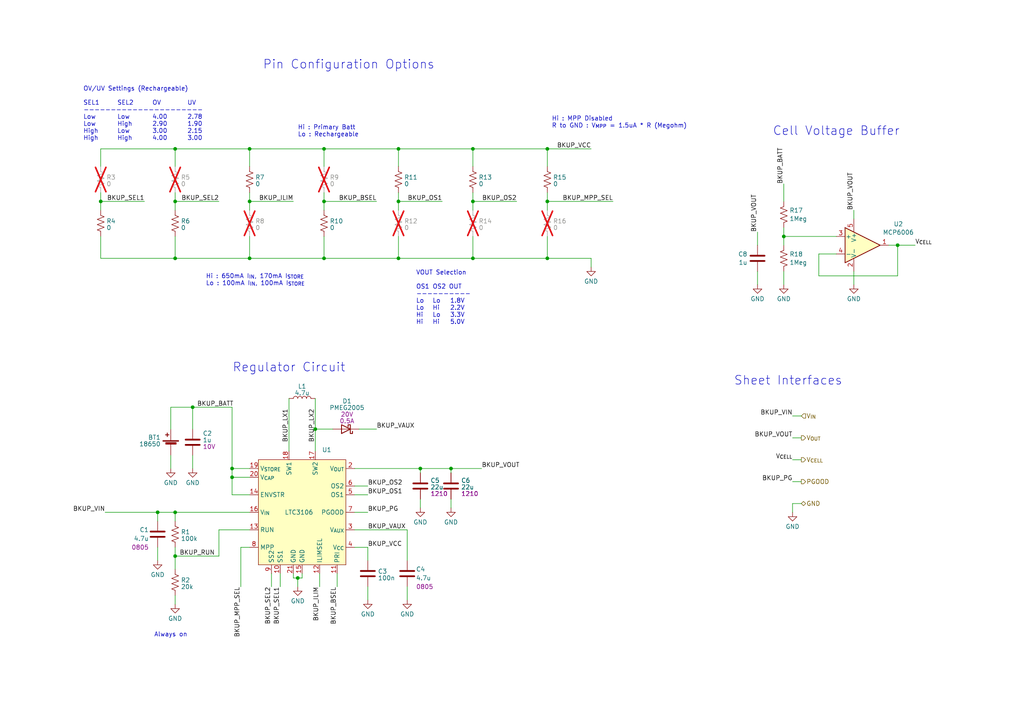
<source format=kicad_sch>
(kicad_sch (version 20250114) (generator "eeschema") (generator_version "9.0")
  (paper "A4")
  (title_block (title "LV Backup Power System") (date "2025-07-15") (rev "0") (comment 1 "All resistors 0603 1% 0.1W unless noted") (comment 2 "All capacitors 0603 16V 10% X5R unless noted"))
  (lib_symbols
    (symbol "Device:Battery_Cell" (pin_numbers (hide yes)) (pin_names (offset 0) (hide yes))
      (property "Reference" "BT" (at 2.54 2.54 0))
      (property "Value" "Battery_Cell" (at 2.54 0 0))
      (symbol "Battery_Cell_0_1"
        (rectangle (start -2.286 1.778) (end 2.286 1.524) (fill (type outline)))
        (rectangle (start -1.5748 1.1938) (end 1.4732 0.6858) (fill (type outline)))
        (polyline (pts (xy 0 1.778) (xy 0 2.54)))
        (polyline (pts (xy 0 0.762) (xy 0 0)))
        (polyline (pts (xy 0.508 3.429) (xy 1.524 3.429)) (stroke (width 0.254)))
        (polyline (pts (xy 1.016 3.937) (xy 1.016 2.921)) (stroke (width 0.254)))
      )
      (symbol "Battery_Cell_1_1"
        (pin passive line (at 0 5.08 270) (length 2.54) (name "+") (number "1"))
        (pin passive line (at 0 -2.54 90) (length 2.54) (name "-") (number "2"))
      )
    )
    (symbol "Device:C" (pin_numbers (hide yes)) (pin_names (offset 0.254))
      (property "Reference" "C" (at 0.635 2.54 0))
      (property "Value" "C" (at 0.635 -2.54 0))
      (symbol "C_0_1"
        (polyline (pts (xy -2.032 0.762) (xy 2.032 0.762)) (stroke (width 0.508)))
        (polyline (pts (xy -2.032 -0.762) (xy 2.032 -0.762)) (stroke (width 0.508)))
      )
      (symbol "C_1_1"
        (pin passive line (at 0 3.81 270) (length 2.794) (name "~") (number "1"))
        (pin passive line (at 0 -3.81 90) (length 2.794) (name "~") (number "2"))
      )
    )
    (symbol "Device:D_Schottky" (pin_numbers (hide yes)) (pin_names (offset 1.016) (hide yes))
      (property "Reference" "D" (at 0 2.54 0))
      (property "Value" "D_Schottky" (at 0 -2.54 0))
      (symbol "D_Schottky_0_1"
        (polyline (pts (xy -1.905 0.635) (xy -1.905 1.27) (xy -1.27 1.27) (xy -1.27 -1.27) (xy -0.635 -1.27) (xy -0.635 -0.635)) (stroke (width 0.254)))
        (polyline (pts (xy 1.27 1.27) (xy 1.27 -1.27) (xy -1.27 0) (xy 1.27 1.27)) (stroke (width 0.254)))
        (polyline (pts (xy 1.27 0) (xy -1.27 0)))
      )
      (symbol "D_Schottky_1_1"
        (pin passive line (at -3.81 0 0) (length 2.54) (name "K") (number "1"))
        (pin passive line (at 3.81 0 180) (length 2.54) (name "A") (number "2"))
      )
    )
    (symbol "Device:L" (pin_numbers (hide yes)) (pin_names (offset 1.016) (hide yes))
      (property "Reference" "L" (at -1.27 0 90))
      (property "Value" "L" (at 1.905 0 90))
      (symbol "L_0_1"
        (arc (start 0 2.54) (mid 0.6323 1.905) (end 0 1.27))
        (arc (start 0 1.27) (mid 0.6323 0.635) (end 0 0))
        (arc (start 0 0) (mid 0.6323 -0.635) (end 0 -1.27))
        (arc (start 0 -1.27) (mid 0.6323 -1.905) (end 0 -2.54))
      )
      (symbol "L_1_1"
        (pin passive line (at 0 3.81 270) (length 1.27) (name "1") (number "1"))
        (pin passive line (at 0 -3.81 90) (length 1.27) (name "2") (number "2"))
      )
    )
    (symbol "Device:R_US" (pin_numbers (hide yes)) (pin_names (offset 0))
      (property "Reference" "R" (at 2.54 0 90))
      (property "Value" "R_US" (at -2.54 0 90))
      (symbol "R_US_0_1"
        (polyline (pts (xy 0 2.286) (xy 0 2.54)))
        (polyline (pts (xy 0 2.286) (xy 1.016 1.905) (xy 0 1.524) (xy -1.016 1.143) (xy 0 0.762)))
        (polyline (pts (xy 0 0.762) (xy 1.016 0.381) (xy 0 0) (xy -1.016 -0.381) (xy 0 -0.762)))
        (polyline (pts (xy 0 -0.762) (xy 1.016 -1.143) (xy 0 -1.524) (xy -1.016 -1.905) (xy 0 -2.286)))
        (polyline (pts (xy 0 -2.286) (xy 0 -2.54)))
      )
      (symbol "R_US_1_1"
        (pin passive line (at 0 3.81 270) (length 1.27) (name "~") (number "1"))
        (pin passive line (at 0 -3.81 90) (length 1.27) (name "~") (number "2"))
      )
    )
    (symbol "HPB_symbols:MCP6006" (pin_names (offset 0.127))
      (property "Reference" "U" (at 0 5.08 0))
      (property "Value" "MCP6006" (at 0 -5.08 0))
      (symbol "MCP6006_0_1"
        (polyline (pts (xy -5.08 5.08) (xy 5.08 0) (xy -5.08 -5.08) (xy -5.08 5.08)) (stroke (width 0.254)) (fill (type background)))
        (pin power_in line (at -2.54 7.62 270) (length 3.81) (name "V+") (number "5"))
        (pin power_in line (at -2.54 -7.62 90) (length 3.81) (name "V-") (number "2"))
      )
      (symbol "MCP6006_1_1"
        (pin input line (at -7.62 2.54 0) (length 2.54) (name "+") (number "3"))
        (pin input line (at -7.62 -2.54 0) (length 2.54) (name "-") (number "4"))
        (pin output line (at 7.62 0 180) (length 2.54) (name "~") (number "1"))
      )
    )
    (symbol "SmithEmpire:LTC3106EUDC"
      (property "Reference" "U" (at 8.89 16.51 0))
      (property "Value" "LTC3106" (at 0 2.54 0))
      (symbol "LTC3106EUDC_1_1"
        (rectangle (start -12.7 15.24) (end 12.7 -15.24) (fill (type background)))
        (pin bidirectional line (at -15.24 12.7 0) (length 2.54) (name "V_{STORE}") (number "19"))
        (pin bidirectional line (at -15.24 10.16 0) (length 2.54) (name "V_{CAP}") (number "20"))
        (pin input line (at -15.24 5.08 0) (length 2.54) (name "ENVSTR") (number "14"))
        (pin power_in line (at -15.24 0 0) (length 2.54) (name "V_{IN}") (number "16"))
        (pin input line (at -15.24 -5.08 0) (length 2.54) (name "RUN") (number "13"))
        (pin bidirectional line (at -15.24 -10.16 0) (length 2.54) (name "MPP") (number "8"))
        (pin input line (at -8.89 -17.78 90) (length 2.54) (name "SS2") (number "9"))
        (pin input line (at -6.35 -17.78 90) (length 2.54) (name "SS1") (number "10"))
        (pin power_out line (at -3.81 17.78 270) (length 2.54) (name "SW1") (number "18"))
        (pin passive line (at -2.54 -17.78 90) (length 2.54) (name "GND") (number "21"))
        (pin passive line (at 0 -17.78 90) (length 2.54) (name "GND") (number "15"))
        (pin no_connect line (at 2.54 -17.78 90) (length 2.54) (hide yes) (name "NC") (number "1"))
        (pin power_out line (at 3.81 17.78 270) (length 2.54) (name "SW2") (number "17"))
        (pin input line (at 5.08 -17.78 90) (length 2.54) (name "ILIMSEL") (number "12"))
        (pin input line (at 10.16 -17.78 90) (length 2.54) (name "PRI") (number "11"))
        (pin power_out line (at 15.24 12.7 180) (length 2.54) (name "V_{OUT}") (number "2"))
        (pin input line (at 15.24 7.62 180) (length 2.54) (name "OS2") (number "6"))
        (pin input line (at 15.24 5.08 180) (length 2.54) (name "OS1") (number "5"))
        (pin open_collector line (at 15.24 0 180) (length 2.54) (name "PGOOD") (number "7"))
        (pin bidirectional line (at 15.24 -5.08 180) (length 2.54) (name "V_{AUX}") (number "3"))
        (pin bidirectional line (at 15.24 -10.16 180) (length 2.54) (name "V_{CC}") (number "4"))
      )
    )
    (symbol "power:GND" (power) (pin_names (offset 0))
      (property "Value" "GND" (at 0 -3.81 0))
      (symbol "GND_0_1"
        (polyline (pts (xy 0 0) (xy 0 -1.27) (xy 1.27 -1.27) (xy 0 -2.54) (xy -1.27 -1.27) (xy 0 -1.27)))
      )
      (symbol "GND_1_1"
        (pin power_in line (at 0 0 270) (length 0) (hide yes) (name "GND") (number "1"))
      )
    )
  )
  (text "VOUT Selection\n\nOS1	OS2 OUT\n----------\nLo	Lo	1.8V\nLo	Hi	2.2V\nHi	Lo	3.3V\nHi	Hi	5.0V" (at 120.65 86.36 0) (effects (font (size 1.27 1.27) (thickness 0.1588)) (justify left)))
  (text "Hi : 650mA I_{IN}, 170mA I_{STORE}\nLo : 100mA I_{IN}, 100mA I_{STORE}" (at 59.69 81.28 0) (effects (font (size 1.27 1.27)) (justify left)))
  (text "Sheet Interfaces" (at 228.6 110.49 0) (effects (font (size 2.54 2.54))))
  (text "Regulator Circuit" (at 83.82 106.68 0) (effects (font (size 2.54 2.54))))
  (text "Pin Configuration Options" (at 76.2 20.32 0) (effects (font (size 2.54 2.54)) (justify left bottom)))
  (text "Cell Voltage Buffer" (at 242.57 38.1 0) (effects (font (size 2.54 2.54))))
  (text "Hi : MPP Disabled\nR to GND : V_{MPP} = 1.5uA * R (Megohm)" (at 160.02 35.56 0) (effects (font (size 1.27 1.27)) (justify left)))
  (text "Always on" (at 49.53 184.15 0) (effects (font (size 1.27 1.27))))
  (text "OV/UV Settings (Rechargeable)\n\nSEL1	SEL2	OV		UV\n----------------------\nLow		Low		4.00	2.78\nLow		High	2.90	1.90\nHigh	Low		3.00	2.15\nHigh	High	4.00	3.00" (at 24.13 33.02 0) (effects (font (size 1.27 1.27)) (justify left)))
  (text "Hi : Primary Batt\nLo : Rechargeable" (at 86.36 38.1 0) (effects (font (size 1.27 1.27)) (justify left)))
  (junction (at 227.33 68.58))
  (junction (at 67.31 135.89))
  (junction (at 72.39 74.93))
  (junction (at 45.72 148.59))
  (junction (at 72.39 58.42))
  (junction (at 137.16 74.93))
  (junction (at 50.8 148.59))
  (junction (at 50.8 161.29))
  (junction (at 137.16 43.18))
  (junction (at 50.8 74.93))
  (junction (at 50.8 58.42))
  (junction (at 130.81 135.89))
  (junction (at 72.39 43.18))
  (junction (at 93.98 43.18))
  (junction (at 50.8 43.18))
  (junction (at 260.35 71.12))
  (junction (at 158.75 58.42))
  (junction (at 67.31 138.43))
  (junction (at 115.57 74.93))
  (junction (at 29.21 58.42))
  (junction (at 137.16 58.42))
  (junction (at 115.57 43.18))
  (junction (at 158.75 43.18))
  (junction (at 91.44 124.46))
  (junction (at 86.36 167.64))
  (junction (at 93.98 58.42))
  (junction (at 115.57 58.42))
  (junction (at 93.98 74.93))
  (junction (at 55.88 118.11))
  (junction (at 158.75 74.93))
  (junction (at 121.92 135.89))
  (wire (pts (xy 93.98 43.18) (xy 93.98 48.26)))
  (wire (pts (xy 104.14 124.46) (xy 109.22 124.46)))
  (wire (pts (xy 45.72 148.59) (xy 50.8 148.59)))
  (wire (pts (xy 93.98 58.42) (xy 109.22 58.42)))
  (wire (pts (xy 83.82 115.57) (xy 83.82 130.81)))
  (wire (pts (xy 137.16 68.58) (xy 137.16 74.93)))
  (wire (pts (xy 106.68 158.75) (xy 106.68 162.56)))
  (wire (pts (xy 50.8 148.59) (xy 50.8 151.13)))
  (wire (pts (xy 102.87 135.89) (xy 121.92 135.89)))
  (wire (pts (xy 137.16 58.42) (xy 137.16 60.96)))
  (wire (pts (xy 72.39 58.42) (xy 72.39 60.96)))
  (wire (pts (xy 115.57 68.58) (xy 115.57 74.93)))
  (wire (pts (xy 29.21 68.58) (xy 29.21 74.93)))
  (wire (pts (xy 158.75 74.93) (xy 171.45 74.93)))
  (wire (pts (xy 242.57 73.66) (xy 237.49 73.66)))
  (wire (pts (xy 247.65 60.96) (xy 247.65 63.5)))
  (wire (pts (xy 115.57 58.42) (xy 128.27 58.42)))
  (wire (pts (xy 29.21 43.18) (xy 50.8 43.18)))
  (wire (pts (xy 93.98 43.18) (xy 115.57 43.18)))
  (wire (pts (xy 130.81 135.89) (xy 139.7 135.89)))
  (wire (pts (xy 260.35 71.12) (xy 265.43 71.12)))
  (wire (pts (xy 118.11 153.67) (xy 102.87 153.67)))
  (wire (pts (xy 137.16 74.93) (xy 158.75 74.93)))
  (wire (pts (xy 87.63 166.37) (xy 87.63 167.64)))
  (wire (pts (xy 227.33 78.74) (xy 227.33 82.55)))
  (wire (pts (xy 102.87 140.97) (xy 106.68 140.97)))
  (wire (pts (xy 219.71 67.31) (xy 219.71 71.12)))
  (wire (pts (xy 72.39 43.18) (xy 93.98 43.18)))
  (wire (pts (xy 102.87 143.51) (xy 106.68 143.51)))
  (wire (pts (xy 91.44 115.57) (xy 91.44 124.46)))
  (wire (pts (xy 55.88 118.11) (xy 67.31 118.11)))
  (wire (pts (xy 29.21 58.42) (xy 29.21 60.96)))
  (wire (pts (xy 115.57 58.42) (xy 115.57 60.96)))
  (wire (pts (xy 85.09 167.64) (xy 86.36 167.64)))
  (wire (pts (xy 72.39 158.75) (xy 69.85 158.75)))
  (wire (pts (xy 257.81 71.12) (xy 260.35 71.12)))
  (wire (pts (xy 50.8 58.42) (xy 63.5 58.42)))
  (wire (pts (xy 49.53 118.11) (xy 55.88 118.11)))
  (wire (pts (xy 115.57 74.93) (xy 137.16 74.93)))
  (wire (pts (xy 91.44 124.46) (xy 91.44 130.81)))
  (wire (pts (xy 50.8 161.29) (xy 63.5 161.29)))
  (wire (pts (xy 72.39 138.43) (xy 67.31 138.43)))
  (wire (pts (xy 171.45 74.93) (xy 171.45 77.47)))
  (wire (pts (xy 72.39 58.42) (xy 85.09 58.42)))
  (wire (pts (xy 50.8 158.75) (xy 50.8 161.29)))
  (wire (pts (xy 229.87 133.35) (xy 232.41 133.35)))
  (wire (pts (xy 78.74 166.37) (xy 78.74 170.18)))
  (wire (pts (xy 158.75 58.42) (xy 177.8 58.42)))
  (wire (pts (xy 229.87 120.65) (xy 232.41 120.65)))
  (wire (pts (xy 72.39 143.51) (xy 67.31 143.51)))
  (wire (pts (xy 67.31 135.89) (xy 72.39 135.89)))
  (wire (pts (xy 50.8 58.42) (xy 50.8 60.96)))
  (wire (pts (xy 50.8 43.18) (xy 72.39 43.18)))
  (wire (pts (xy 219.71 78.74) (xy 219.71 82.55)))
  (wire (pts (xy 158.75 58.42) (xy 158.75 60.96)))
  (wire (pts (xy 137.16 43.18) (xy 137.16 48.26)))
  (wire (pts (xy 67.31 118.11) (xy 67.31 135.89)))
  (wire (pts (xy 118.11 162.56) (xy 118.11 153.67)))
  (wire (pts (xy 247.65 78.74) (xy 247.65 82.55)))
  (wire (pts (xy 93.98 58.42) (xy 93.98 60.96)))
  (wire (pts (xy 81.28 166.37) (xy 81.28 170.18)))
  (wire (pts (xy 137.16 58.42) (xy 149.86 58.42)))
  (wire (pts (xy 121.92 135.89) (xy 130.81 135.89)))
  (wire (pts (xy 229.87 139.7) (xy 232.41 139.7)))
  (wire (pts (xy 29.21 58.42) (xy 41.91 58.42)))
  (wire (pts (xy 97.79 166.37) (xy 97.79 170.18)))
  (wire (pts (xy 49.53 132.08) (xy 49.53 135.89)))
  (wire (pts (xy 121.92 144.78) (xy 121.92 147.32)))
  (wire (pts (xy 67.31 143.51) (xy 67.31 138.43)))
  (wire (pts (xy 50.8 161.29) (xy 50.8 165.1)))
  (wire (pts (xy 50.8 172.72) (xy 50.8 175.26)))
  (wire (pts (xy 72.39 68.58) (xy 72.39 74.93)))
  (wire (pts (xy 158.75 55.88) (xy 158.75 58.42)))
  (wire (pts (xy 93.98 68.58) (xy 93.98 74.93)))
  (wire (pts (xy 72.39 55.88) (xy 72.39 58.42)))
  (wire (pts (xy 229.87 148.59) (xy 229.87 146.05)))
  (wire (pts (xy 102.87 148.59) (xy 106.68 148.59)))
  (wire (pts (xy 69.85 158.75) (xy 69.85 170.18)))
  (wire (pts (xy 67.31 135.89) (xy 67.31 138.43)))
  (wire (pts (xy 93.98 55.88) (xy 93.98 58.42)))
  (wire (pts (xy 137.16 55.88) (xy 137.16 58.42)))
  (wire (pts (xy 227.33 68.58) (xy 227.33 71.12)))
  (wire (pts (xy 158.75 68.58) (xy 158.75 74.93)))
  (wire (pts (xy 50.8 55.88) (xy 50.8 58.42)))
  (wire (pts (xy 29.21 55.88) (xy 29.21 58.42)))
  (wire (pts (xy 72.39 74.93) (xy 93.98 74.93)))
  (wire (pts (xy 55.88 132.08) (xy 55.88 135.89)))
  (wire (pts (xy 91.44 124.46) (xy 96.52 124.46)))
  (wire (pts (xy 115.57 43.18) (xy 137.16 43.18)))
  (wire (pts (xy 50.8 43.18) (xy 50.8 48.26)))
  (wire (pts (xy 227.33 66.04) (xy 227.33 68.58)))
  (wire (pts (xy 50.8 68.58) (xy 50.8 74.93)))
  (wire (pts (xy 227.33 53.34) (xy 227.33 58.42)))
  (wire (pts (xy 93.98 74.93) (xy 115.57 74.93)))
  (wire (pts (xy 102.87 158.75) (xy 106.68 158.75)))
  (wire (pts (xy 158.75 43.18) (xy 158.75 48.26)))
  (wire (pts (xy 49.53 124.46) (xy 49.53 118.11)))
  (wire (pts (xy 50.8 148.59) (xy 72.39 148.59)))
  (wire (pts (xy 130.81 144.78) (xy 130.81 147.32)))
  (wire (pts (xy 63.5 153.67) (xy 72.39 153.67)))
  (wire (pts (xy 45.72 148.59) (xy 45.72 151.13)))
  (wire (pts (xy 45.72 158.75) (xy 45.72 162.56)))
  (wire (pts (xy 118.11 170.18) (xy 118.11 173.99)))
  (wire (pts (xy 237.49 73.66) (xy 237.49 80.01)))
  (wire (pts (xy 121.92 135.89) (xy 121.92 137.16)))
  (wire (pts (xy 260.35 80.01) (xy 260.35 71.12)))
  (wire (pts (xy 29.21 43.18) (xy 29.21 48.26)))
  (wire (pts (xy 115.57 43.18) (xy 115.57 48.26)))
  (wire (pts (xy 229.87 127) (xy 232.41 127)))
  (wire (pts (xy 227.33 68.58) (xy 242.57 68.58)))
  (wire (pts (xy 30.48 148.59) (xy 45.72 148.59)))
  (wire (pts (xy 137.16 43.18) (xy 158.75 43.18)))
  (wire (pts (xy 86.36 167.64) (xy 87.63 167.64)))
  (wire (pts (xy 229.87 146.05) (xy 232.41 146.05)))
  (wire (pts (xy 50.8 74.93) (xy 72.39 74.93)))
  (wire (pts (xy 106.68 170.18) (xy 106.68 173.99)))
  (wire (pts (xy 72.39 43.18) (xy 72.39 48.26)))
  (wire (pts (xy 158.75 43.18) (xy 171.45 43.18)))
  (wire (pts (xy 85.09 166.37) (xy 85.09 167.64)))
  (wire (pts (xy 63.5 161.29) (xy 63.5 153.67)))
  (wire (pts (xy 86.36 167.64) (xy 86.36 170.18)))
  (wire (pts (xy 92.71 166.37) (xy 92.71 170.18)))
  (wire (pts (xy 130.81 135.89) (xy 130.81 137.16)))
  (wire (pts (xy 115.57 55.88) (xy 115.57 58.42)))
  (wire (pts (xy 237.49 80.01) (xy 260.35 80.01)))
  (wire (pts (xy 29.21 74.93) (xy 50.8 74.93)))
  (wire (pts (xy 55.88 118.11) (xy 55.88 124.46)))
  (label "BKUP_MPP_SEL" (at 177.8 58.42 180))
  (label "BKUP_OS2" (at 106.68 140.97 0))
  (label "BKUP_BSEL" (at 97.79 170.18 270))
  (label "BKUP_ILIM" (at 92.71 170.18 270))
  (label "BKUP_LX2" (at 91.44 128.27 90))
  (label "BKUP_MPP_SEL" (at 69.85 170.18 270))
  (label "BKUP_OS1" (at 128.27 58.42 180))
  (label "BKUP_BSEL" (at 109.22 58.42 180))
  (label "BKUP_VAUX" (at 106.68 153.67 0))
  (label "BKUP_SEL1" (at 81.28 170.18 270))
  (label "V_{CELL}" (at 265.43 71.12 0))
  (label "BKUP_PG" (at 106.68 148.59 0))
  (label "BKUP_PG" (at 229.87 139.7 180))
  (label "BKUP_VOUT" (at 219.71 67.31 90))
  (label "BKUP_VOUT" (at 247.65 60.96 90))
  (label "BKUP_SEL1" (at 41.91 58.42 180))
  (label "BKUP_LX1" (at 83.82 128.27 90))
  (label "BKUP_VCC" (at 106.68 158.75 0))
  (label "BKUP_ILIM" (at 85.09 58.42 180))
  (label "BKUP_VIN" (at 30.48 148.59 180))
  (label "BKUP_VAUX" (at 109.22 124.46 0))
  (label "BKUP_RUN" (at 52.07 161.29 0))
  (label "BKUP_BATT" (at 57.15 118.11 0))
  (label "BKUP_OS1" (at 106.68 143.51 0))
  (label "BKUP_VOUT" (at 139.7 135.89 0))
  (label "BKUP_VOUT" (at 229.87 127 180))
  (label "BKUP_OS2" (at 149.86 58.42 180))
  (label "BKUP_BATT" (at 227.33 53.34 90))
  (label "BKUP_VCC" (at 171.45 43.18 180))
  (label "BKUP_SEL2" (at 63.5 58.42 180))
  (label "V_{CELL}" (at 229.87 133.35 180))
  (label "BKUP_SEL2" (at 78.74 170.18 270))
  (label "BKUP_VIN" (at 229.87 120.65 180))
  (hierarchical_label "GND" (shape bidirectional) (at 232.41 146.05 0))
  (hierarchical_label "PGOOD" (shape output) (at 232.41 139.7 0))
  (hierarchical_label "V_{OUT}" (shape output) (at 232.41 127 0))
  (hierarchical_label "V_{CELL}" (shape output) (at 232.41 133.35 0))
  (hierarchical_label "V_{IN}" (shape input) (at 232.41 120.65 0))
  (symbol (lib_id "Device:R_US") (at 50.8 52.07 0) (unit 1) (dnp yes)
    (property "Reference" "R5" (at 52.451 51.4263 0) (effects (justify left)))
    (property "Value" "0" (at 52.451 53.3473 0) (effects (justify left)))
    (property "Footprint" "Resistor_SMD:R_0603_1608Metric" (effects (hide yes)))
    (property "MfrNum" "generic" (effects (hide yes)))
    (property "Size" "0603" (effects (hide yes)))
    (property "Power" "0.1W" (effects (hide yes)))
  )
  (symbol (lib_id "Device:R_US") (at 158.75 64.77 0) (unit 1) (dnp yes)
    (property "Reference" "R16" (at 160.401 64.1263 0) (effects (justify left)))
    (property "Value" "0" (at 160.401 66.0473 0) (effects (justify left)))
    (property "Footprint" "Resistor_SMD:R_0603_1608Metric" (effects (hide yes)))
    (property "MfrNum" "generic" (effects (hide yes)))
    (property "Size" "0603" (effects (hide yes)))
    (property "Power" "0.1W" (effects (hide yes)))
  )
  (symbol (lib_id "Device:C") (at 130.81 140.97 0) (unit 1)
    (property "Reference" "C6" (at 133.731 139.3658 0) (effects (justify left)))
    (property "Value" "22u" (at 133.731 141.2868 0) (effects (justify left)))
    (property "Footprint" "Capacitor_SMD:C_1210_3225Metric" (effects (hide yes)))
    (property "MfrNum" "generic" (effects (hide yes)))
    (property "VRating" "16V" (effects (hide yes)))
    (property "Size" "1210" (at 133.731 143.2078 0) (effects (justify left)))
  )
  (symbol (lib_id "Device:R_US") (at 72.39 64.77 0) (unit 1) (dnp yes)
    (property "Reference" "R8" (at 74.041 64.1263 0) (effects (justify left)))
    (property "Value" "0" (at 74.041 66.0473 0) (effects (justify left)))
    (property "Footprint" "Resistor_SMD:R_0603_1608Metric" (effects (hide yes)))
    (property "MfrNum" "generic" (effects (hide yes)))
    (property "Size" "0603" (effects (hide yes)))
    (property "Power" "0.1W" (effects (hide yes)))
  )
  (symbol (lib_id "power:GND") (at 55.88 135.89 0) (unit 1)
    (property "Reference" "#PWR04" (effects (hide yes)))
    (property "Value" "GND" (at 55.88 140.0255 0))
  )
  (symbol (lib_id "power:GND") (at 86.36 170.18 0) (unit 1)
    (property "Reference" "#PWR05" (effects (hide yes)))
    (property "Value" "GND" (at 86.36 174.3155 0))
  )
  (symbol (lib_id "power:GND") (at 229.87 148.59 0) (unit 1)
    (property "Reference" "#PWR012" (effects (hide yes)))
    (property "Value" "GND" (at 229.87 152.7255 0))
  )
  (symbol (lib_id "Device:R_US") (at 93.98 64.77 0) (unit 1)
    (property "Reference" "R10" (at 95.631 64.1263 0) (effects (justify left)))
    (property "Value" "0" (at 95.631 66.0473 0) (effects (justify left)))
    (property "Footprint" "Resistor_SMD:R_0603_1608Metric" (effects (hide yes)))
    (property "MfrNum" "generic" (effects (hide yes)))
    (property "Size" "0603" (effects (hide yes)))
    (property "Power" "0.1W" (effects (hide yes)))
  )
  (symbol (lib_id "HPB_symbols:MCP6006") (at 250.19 71.12 0) (unit 1)
    (property "Reference" "U2" (at 260.5579 64.975 0))
    (property "Value" "MCP6006" (at 260.5579 67.3993 0))
    (property "Footprint" "Package_TO_SOT_SMD:TSOT-23-5" (effects (hide yes)))
    (property "Datasheet" "https://ww1.microchip.com/downloads/aemDocuments/documents/APID/ProductDocuments/DataSheets/MCP6006-6R-6U-7-9-Data-Sheet-20006411B.pdf" (effects (hide yes)))
    (property "Description" "Amplifier, Operational, 1MHz, 5V, TSOT-23-5" (effects (hide yes)))
  )
  (symbol (lib_id "Device:C") (at 121.92 140.97 0) (unit 1)
    (property "Reference" "C5" (at 124.841 139.3658 0) (effects (justify left)))
    (property "Value" "22u" (at 124.841 141.2868 0) (effects (justify left)))
    (property "Footprint" "Capacitor_SMD:C_1210_3225Metric" (effects (hide yes)))
    (property "MfrNum" "generic" (effects (hide yes)))
    (property "VRating" "16V" (effects (hide yes)))
    (property "Size" "1210" (at 124.841 143.2078 0) (effects (justify left)))
  )
  (symbol (lib_id "Device:R_US") (at 115.57 64.77 0) (unit 1) (dnp yes)
    (property "Reference" "R12" (at 117.221 64.1263 0) (effects (justify left)))
    (property "Value" "0" (at 117.221 66.0473 0) (effects (justify left)))
    (property "Footprint" "Resistor_SMD:R_0603_1608Metric" (effects (hide yes)))
    (property "MfrNum" "generic" (effects (hide yes)))
    (property "Size" "0603" (effects (hide yes)))
    (property "Power" "0.1W" (effects (hide yes)))
  )
  (symbol (lib_id "power:GND") (at 45.72 162.56 0) (unit 1)
    (property "Reference" "#PWR01" (effects (hide yes)))
    (property "Value" "GND" (at 45.72 166.6955 0))
  )
  (symbol (lib_id "power:GND") (at 130.81 147.32 0) (unit 1)
    (property "Reference" "#PWR09" (effects (hide yes)))
    (property "Value" "GND" (at 130.81 151.4555 0))
  )
  (symbol (lib_id "Device:R_US") (at 29.21 64.77 0) (unit 1)
    (property "Reference" "R4" (at 30.861 64.1263 0) (effects (justify left)))
    (property "Value" "0" (at 30.861 66.0473 0) (effects (justify left)))
    (property "Footprint" "Resistor_SMD:R_0603_1608Metric" (effects (hide yes)))
    (property "MfrNum" "generic" (effects (hide yes)))
    (property "Size" "0603" (effects (hide yes)))
    (property "Power" "0.1W" (effects (hide yes)))
  )
  (symbol (lib_id "Device:D_Schottky") (at 100.33 124.46 180) (unit 1)
    (property "Reference" "D1" (at 100.6475 116.3381 0))
    (property "Value" "PMEG2005" (at 100.6475 118.2591 0))
    (property "Footprint" "Diode_SMD:D_SOD-123F" (effects (hide yes)))
    (property "MfrNum" "Nexperia_PMEG2005" (effects (hide yes)))
    (property "VRating" "20V" (at 100.6475 120.1801 0))
    (property "IRating" "0.5A" (at 100.6475 122.1011 0))
  )
  (symbol (lib_id "power:GND") (at 171.45 77.47 0) (unit 1)
    (property "Reference" "#PWR011" (effects (hide yes)))
    (property "Value" "GND" (at 171.45 81.6055 0))
  )
  (symbol (lib_id "Device:C") (at 106.68 166.37 0) (unit 1)
    (property "Reference" "C3" (at 109.601 165.7263 0) (effects (justify left)))
    (property "Value" "100n" (at 109.601 167.6473 0) (effects (justify left)))
    (property "Footprint" "Capacitor_SMD:C_0603_1608Metric" (effects (hide yes)))
    (property "MfrNum" "generic" (effects (hide yes)))
    (property "VRating" "16V" (effects (hide yes)))
    (property "Size" "0603" (effects (hide yes)))
  )
  (symbol (lib_id "power:GND") (at 227.33 82.55 0) (mirror y) (unit 1)
    (property "Reference" "#PWR014" (effects (hide yes)))
    (property "Value" "GND" (at 227.33 86.6831 0))
    (property "Description" "Power symbol creates a global label with name \"GND\" , ground" (effects (hide yes)))
  )
  (symbol (lib_id "Device:R_US") (at 93.98 52.07 0) (unit 1) (dnp yes)
    (property "Reference" "R9" (at 95.631 51.4263 0) (effects (justify left)))
    (property "Value" "0" (at 95.631 53.3473 0) (effects (justify left)))
    (property "Footprint" "Resistor_SMD:R_0603_1608Metric" (effects (hide yes)))
    (property "MfrNum" "generic" (effects (hide yes)))
    (property "Size" "0603" (effects (hide yes)))
    (property "Power" "0.1W" (effects (hide yes)))
  )
  (symbol (lib_id "Device:R_US") (at 158.75 52.07 0) (unit 1)
    (property "Reference" "R15" (at 160.401 51.4263 0) (effects (justify left)))
    (property "Value" "0" (at 160.401 53.3473 0) (effects (justify left)))
    (property "Footprint" "Resistor_SMD:R_0603_1608Metric" (effects (hide yes)))
    (property "MfrNum" "generic" (effects (hide yes)))
    (property "Size" "0603" (effects (hide yes)))
    (property "Power" "0.1W" (effects (hide yes)))
  )
  (symbol (lib_id "Device:R_US") (at 137.16 64.77 0) (unit 1) (dnp yes)
    (property "Reference" "R14" (at 138.811 64.1263 0) (effects (justify left)))
    (property "Value" "0" (at 138.811 66.0473 0) (effects (justify left)))
    (property "Footprint" "Resistor_SMD:R_0603_1608Metric" (effects (hide yes)))
    (property "MfrNum" "generic" (effects (hide yes)))
    (property "Size" "0603" (effects (hide yes)))
    (property "Power" "0.1W" (effects (hide yes)))
  )
  (symbol (lib_id "Device:L") (at 87.63 115.57 90) (unit 1)
    (property "Reference" "L1" (at 87.63 112.0547 90))
    (property "Value" "4.7u" (at 87.63 113.9757 90))
    (property "Footprint" "Inductor_SMD:L_Coilcraft_XAL4040-XXX" (effects (hide yes)))
    (property "MfrNum" "Coilcraft_XFL4030-472ME" (effects (hide yes)))
  )
  (symbol (lib_id "power:GND") (at 219.71 82.55 0) (mirror y) (unit 1)
    (property "Reference" "#PWR013" (effects (hide yes)))
    (property "Value" "GND" (at 219.71 86.6831 0))
    (property "Description" "Power symbol creates a global label with name \"GND\" , ground" (effects (hide yes)))
  )
  (symbol (lib_id "power:GND") (at 106.68 173.99 0) (unit 1)
    (property "Reference" "#PWR06" (effects (hide yes)))
    (property "Value" "GND" (at 106.68 178.1255 0))
  )
  (symbol (lib_id "Device:C") (at 55.88 128.27 0) (unit 1)
    (property "Reference" "C2" (at 58.801 125.7053 0) (effects (justify left)))
    (property "Value" "1u" (at 58.801 127.6263 0) (effects (justify left)))
    (property "Footprint" "Capacitor_SMD:C_0603_1608Metric_Pad1.08x0.95mm_HandSolder" (effects (hide yes)))
    (property "MfrNum" "generic" (effects (hide yes)))
    (property "VRating" "10V" (at 58.801 129.5473 0) (effects (justify left)))
    (property "Size" "0603" (effects (hide yes)))
  )
  (symbol (lib_id "power:GND") (at 247.65 82.55 0) (mirror y) (unit 1)
    (property "Reference" "#PWR015" (effects (hide yes)))
    (property "Value" "GND" (at 247.65 86.6831 0))
    (property "Description" "Power symbol creates a global label with name \"GND\" , ground" (effects (hide yes)))
  )
  (symbol (lib_id "Device:R_US") (at 115.57 52.07 0) (unit 1)
    (property "Reference" "R11" (at 117.221 51.4263 0) (effects (justify left)))
    (property "Value" "0" (at 117.221 53.3473 0) (effects (justify left)))
    (property "Footprint" "Resistor_SMD:R_0603_1608Metric" (effects (hide yes)))
    (property "MfrNum" "generic" (effects (hide yes)))
    (property "Size" "0603" (effects (hide yes)))
    (property "Power" "0.1W" (effects (hide yes)))
  )
  (symbol (lib_id "power:GND") (at 118.11 173.99 0) (unit 1)
    (property "Reference" "#PWR07" (effects (hide yes)))
    (property "Value" "GND" (at 118.11 178.1255 0))
  )
  (symbol (lib_id "Device:Battery_Cell") (at 49.53 129.54 0) (mirror y) (unit 1)
    (property "Reference" "BT1" (at 46.609 126.8643 0) (effects (justify left)))
    (property "Value" "18650" (at 46.609 128.7853 0) (effects (justify left)))
    (property "Footprint" "Battery:BatteryHolder_Keystone_1042_1x18650" (effects (hide yes)))
    (property "MfrNum" "Keystone_1042" (effects (hide yes)))
  )
  (symbol (lib_id "Device:R_US") (at 50.8 168.91 0) (unit 1)
    (property "Reference" "R2" (at 52.451 168.2663 0) (effects (justify left)))
    (property "Value" "20k" (at 52.451 170.1873 0) (effects (justify left)))
    (property "Footprint" "Resistor_SMD:R_0603_1608Metric" (effects (hide yes)))
    (property "MfrNum" "generic" (effects (hide yes)))
    (property "Size" "0603" (effects (hide yes)))
    (property "Power" "0.1W" (effects (hide yes)))
  )
  (symbol (lib_id "Device:R_US") (at 227.33 62.23 0) (mirror y) (unit 1)
    (property "Reference" "R17" (at 228.981 61.0178 0) (effects (justify right)))
    (property "Value" "1Meg" (at 228.981 63.4421 0) (effects (justify right)))
    (property "Footprint" "Resistor_SMD:R_0603_1608Metric" (effects (hide yes)))
    (property "Description" "Resistor, US symbol" (effects (hide yes)))
  )
  (symbol (lib_id "Device:R_US") (at 50.8 154.94 0) (unit 1)
    (property "Reference" "R1" (at 52.451 154.2963 0) (effects (justify left)))
    (property "Value" "100k" (at 52.451 156.2173 0) (effects (justify left)))
    (property "Footprint" "Resistor_SMD:R_0603_1608Metric" (effects (hide yes)))
    (property "MfrNum" "generic" (effects (hide yes)))
    (property "Size" "0603" (effects (hide yes)))
    (property "Power" "0.1W" (effects (hide yes)))
  )
  (symbol (lib_id "Device:R_US") (at 29.21 52.07 0) (unit 1) (dnp yes)
    (property "Reference" "R3" (at 30.861 51.4263 0) (effects (justify left)))
    (property "Value" "0" (at 30.861 53.3473 0) (effects (justify left)))
    (property "Footprint" "Resistor_SMD:R_0603_1608Metric" (effects (hide yes)))
    (property "MfrNum" "generic" (effects (hide yes)))
    (property "Size" "0603" (effects (hide yes)))
    (property "Power" "0.1W" (effects (hide yes)))
  )
  (symbol (lib_id "Device:R_US") (at 227.33 74.93 0) (mirror y) (unit 1)
    (property "Reference" "R18" (at 228.981 73.7178 0) (effects (justify right)))
    (property "Value" "1Meg" (at 228.981 76.1421 0) (effects (justify right)))
    (property "Footprint" "Resistor_SMD:R_0603_1608Metric" (effects (hide yes)))
    (property "Description" "Resistor, US symbol" (effects (hide yes)))
  )
  (symbol (lib_id "Device:R_US") (at 72.39 52.07 0) (unit 1)
    (property "Reference" "R7" (at 74.041 51.4263 0) (effects (justify left)))
    (property "Value" "0" (at 74.041 53.3473 0) (effects (justify left)))
    (property "Footprint" "Resistor_SMD:R_0603_1608Metric" (effects (hide yes)))
    (property "MfrNum" "generic" (effects (hide yes)))
    (property "Size" "0603" (effects (hide yes)))
    (property "Power" "0.1W" (effects (hide yes)))
  )
  (symbol (lib_id "power:GND") (at 121.92 147.32 0) (unit 1)
    (property "Reference" "#PWR08" (effects (hide yes)))
    (property "Value" "GND" (at 121.92 151.4555 0))
  )
  (symbol (lib_id "Device:C") (at 45.72 154.94 0) (mirror y) (unit 1)
    (property "Reference" "C1" (at 43.18 153.67 0) (effects (justify left)))
    (property "Value" "4.7u" (at 43.18 156.21 0) (effects (justify left)))
    (property "Footprint" "Capacitor_SMD:C_0805_2012Metric" (effects (hide yes)))
    (property "MfrNum" "generic" (effects (hide yes)))
    (property "VRating" "16V" (effects (hide yes)))
    (property "Size" "0805" (at 43.18 158.75 0) (effects (justify left)))
  )
  (symbol (lib_id "Device:R_US") (at 50.8 64.77 0) (unit 1)
    (property "Reference" "R6" (at 52.451 64.1263 0) (effects (justify left)))
    (property "Value" "0" (at 52.451 66.0473 0) (effects (justify left)))
    (property "Footprint" "Resistor_SMD:R_0603_1608Metric" (effects (hide yes)))
    (property "MfrNum" "generic" (effects (hide yes)))
    (property "Size" "0603" (effects (hide yes)))
    (property "Power" "0.1W" (effects (hide yes)))
  )
  (symbol (lib_id "Device:C") (at 118.11 166.37 0) (unit 1)
    (property "Reference" "C4" (at 120.65 165.1 0) (effects (justify left)))
    (property "Value" "4.7u" (at 120.65 167.64 0) (effects (justify left)))
    (property "Footprint" "Capacitor_SMD:C_0805_2012Metric" (effects (hide yes)))
    (property "MfrNum" "generic" (effects (hide yes)))
    (property "VRating" "16V" (effects (hide yes)))
    (property "Size" "0805" (at 120.65 170.18 0) (effects (justify left)))
  )
  (symbol (lib_id "Device:C") (at 219.71 74.93 0) (mirror y) (unit 1)
    (property "Reference" "C8" (at 216.789 73.7178 0) (effects (justify left)))
    (property "Value" "1u" (at 216.789 76.1421 0) (effects (justify left)))
    (property "Footprint" "Capacitor_SMD:C_0603_1608Metric" (effects (hide yes)))
    (property "Description" "Unpolarized capacitor" (effects (hide yes)))
    (property "MfrNum" "generic" (effects (hide yes)))
    (property "VRating" "16V" (effects (hide yes)))
    (property "Size" "0603" (effects (hide yes)))
  )
  (symbol (lib_id "power:GND") (at 50.8 175.26 0) (unit 1)
    (property "Reference" "#PWR03" (effects (hide yes)))
    (property "Value" "GND" (at 50.8 179.3955 0))
  )
  (symbol (lib_id "SmithEmpire:LTC3106EUDC") (at 87.63 148.59 0) (unit 1)
    (property "Reference" "U1" (at 93.3959 130.4671 0) (effects (justify left)))
    (property "Value" "LTC3106" (at 82.55 148.59 0) (effects (justify left)))
    (property "Footprint" "Package_DFN_QFN:QFN-20-1EP_3x4mm_P0.5mm_EP1.65x2.65mm" (effects (hide yes)))
    (property "MfrNum" "ADI_LTC3106" (effects (hide yes)))
  )
  (symbol (lib_id "Device:R_US") (at 137.16 52.07 0) (unit 1)
    (property "Reference" "R13" (at 138.811 51.4263 0) (effects (justify left)))
    (property "Value" "0" (at 138.811 53.3473 0) (effects (justify left)))
    (property "Footprint" "Resistor_SMD:R_0603_1608Metric" (effects (hide yes)))
    (property "MfrNum" "generic" (effects (hide yes)))
    (property "Size" "0603" (effects (hide yes)))
    (property "Power" "0.1W" (effects (hide yes)))
  )
  (symbol (lib_id "power:GND") (at 49.53 135.89 0) (unit 1)
    (property "Reference" "#PWR02" (effects (hide yes)))
    (property "Value" "GND" (at 49.53 140.0255 0))
  )
)
</source>
